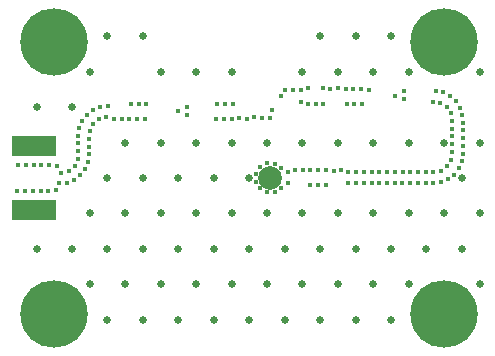
<source format=gbr>
G04*
G04 #@! TF.GenerationSoftware,Altium Limited,Altium Designer,24.9.1 (31)*
G04*
G04 Layer_Color=16711935*
%FSLAX25Y25*%
%MOIN*%
G70*
G04*
G04 #@! TF.SameCoordinates,21B9ACB0-0D47-4127-AC64-11D31CE697AE*
G04*
G04*
G04 #@! TF.FilePolarity,Negative*
G04*
G01*
G75*
%ADD35R,0.14580X0.06706*%
%ADD39C,0.07887*%
%ADD40C,0.22453*%
%ADD41C,0.01575*%
%ADD42C,0.02572*%
D35*
X46260Y69685D02*
D03*
Y48425D02*
D03*
D39*
X125197Y59161D02*
D03*
D40*
X183071Y104331D02*
D03*
X53150Y13780D02*
D03*
X183071D02*
D03*
X53150Y104331D02*
D03*
D41*
X169747Y88000D02*
D03*
X169669Y85426D02*
D03*
X179209Y84528D02*
D03*
X181755Y84144D02*
D03*
X183931Y82768D02*
D03*
X185318Y80599D02*
D03*
X185709Y78054D02*
D03*
Y75479D02*
D03*
Y72904D02*
D03*
Y70329D02*
D03*
Y67755D02*
D03*
X185411Y65197D02*
D03*
X184133Y62962D02*
D03*
X182048Y61452D02*
D03*
X179520Y60960D02*
D03*
X176945D02*
D03*
X174371D02*
D03*
X171796D02*
D03*
X169221D02*
D03*
X166646D02*
D03*
X164072D02*
D03*
X161497D02*
D03*
X158922D02*
D03*
X156347D02*
D03*
X153772D02*
D03*
X151198D02*
D03*
X148755Y61773D02*
D03*
X146226Y61288D02*
D03*
X143683Y61695D02*
D03*
X141109Y61693D02*
D03*
X138534Y61695D02*
D03*
X135959Y61716D02*
D03*
X133385Y61773D02*
D03*
X130942Y60960D02*
D03*
X128819Y62417D02*
D03*
X126655Y63813D02*
D03*
X124083Y63909D02*
D03*
X121823Y62675D02*
D03*
X120507Y60462D02*
D03*
X120502Y57887D02*
D03*
X121806Y55667D02*
D03*
X124060Y54422D02*
D03*
X126633Y54500D02*
D03*
X128804Y55885D02*
D03*
X130913Y57363D02*
D03*
X138505Y56628D02*
D03*
X141079D02*
D03*
X143654D02*
D03*
X151146Y57363D02*
D03*
X153721D02*
D03*
X156296D02*
D03*
X158871D02*
D03*
X161445D02*
D03*
X164020D02*
D03*
X166595D02*
D03*
X169170D02*
D03*
X171745D02*
D03*
X174319D02*
D03*
X176894D02*
D03*
X179469D02*
D03*
X182023Y57691D02*
D03*
X184408Y58661D02*
D03*
X186465Y60209D02*
D03*
X188012Y62268D02*
D03*
X188981Y64653D02*
D03*
X189307Y67207D02*
D03*
Y69782D02*
D03*
Y72357D02*
D03*
Y74932D02*
D03*
Y77507D02*
D03*
X189156Y80077D02*
D03*
X188379Y82532D02*
D03*
X186978Y84692D02*
D03*
X185084Y86437D02*
D03*
X182773Y87570D02*
D03*
X180248Y88075D02*
D03*
X112636Y83742D02*
D03*
X110061Y83690D02*
D03*
X107487Y83742D02*
D03*
X97393Y82794D02*
D03*
X97333Y80220D02*
D03*
X107070Y78702D02*
D03*
X109644Y78676D02*
D03*
X112219D02*
D03*
X114778Y78965D02*
D03*
X117326Y78597D02*
D03*
X119769Y79410D02*
D03*
X122326Y79109D02*
D03*
X124899Y79208D02*
D03*
X125712Y81651D02*
D03*
X83866Y83742D02*
D03*
X81292Y83677D02*
D03*
X78718Y83742D02*
D03*
X71069Y83007D02*
D03*
X68513Y82690D02*
D03*
X66126Y81727D02*
D03*
X64060Y80190D02*
D03*
X62507Y78136D02*
D03*
X61531Y75754D02*
D03*
X61193Y73201D02*
D03*
Y70626D02*
D03*
Y68051D02*
D03*
X61014Y65483D02*
D03*
X59878Y63173D02*
D03*
X57889Y61537D02*
D03*
X55404Y60866D02*
D03*
X53973Y63006D02*
D03*
X51417Y63320D02*
D03*
X48842D02*
D03*
X46268D02*
D03*
X43693D02*
D03*
X41118D02*
D03*
X40833Y54790D02*
D03*
X43408D02*
D03*
X45983D02*
D03*
X48558D02*
D03*
X51133D02*
D03*
X53704Y54924D02*
D03*
X54795Y57256D02*
D03*
X57355Y57538D02*
D03*
X59751Y58480D02*
D03*
X61842Y59982D02*
D03*
X63419Y62018D02*
D03*
X64417Y64391D02*
D03*
X64792Y66938D02*
D03*
X64791Y69513D02*
D03*
Y72088D02*
D03*
X64933Y74659D02*
D03*
X66024Y76991D02*
D03*
X67980Y78666D02*
D03*
X70452Y79386D02*
D03*
X72979Y78892D02*
D03*
X75554D02*
D03*
X78123Y78724D02*
D03*
X80698Y78676D02*
D03*
X83272D02*
D03*
X94249Y81257D02*
D03*
X137695Y89076D02*
D03*
X135238Y88306D02*
D03*
X132666Y88427D02*
D03*
X130091D02*
D03*
X128598Y86329D02*
D03*
X135232Y84357D02*
D03*
X137686Y83577D02*
D03*
X140260D02*
D03*
X142820Y83854D02*
D03*
X150541Y83794D02*
D03*
X153115D02*
D03*
X155690D02*
D03*
X166585Y86457D02*
D03*
X157958Y88403D02*
D03*
X155424Y88860D02*
D03*
X152849D02*
D03*
X150275Y88809D02*
D03*
X147703Y88939D02*
D03*
X145129Y88878D02*
D03*
X142556Y88977D02*
D03*
D42*
X194882Y94488D02*
D03*
Y70866D02*
D03*
X188976Y59055D02*
D03*
X194882Y47244D02*
D03*
X188976Y35433D02*
D03*
X194882Y23622D02*
D03*
X183071Y70866D02*
D03*
Y47244D02*
D03*
X177165Y35433D02*
D03*
X165354Y106299D02*
D03*
X171260Y94488D02*
D03*
Y70866D02*
D03*
Y47244D02*
D03*
X165354Y35433D02*
D03*
X171260Y23622D02*
D03*
X165354Y11811D02*
D03*
X153543Y106299D02*
D03*
X159449Y94488D02*
D03*
Y70866D02*
D03*
Y47244D02*
D03*
X153543Y35433D02*
D03*
X159449Y23622D02*
D03*
X153543Y11811D02*
D03*
X141732Y106299D02*
D03*
X147638Y94488D02*
D03*
Y70866D02*
D03*
Y47244D02*
D03*
X141732Y35433D02*
D03*
X147638Y23622D02*
D03*
X141732Y11811D02*
D03*
X135827Y94488D02*
D03*
Y70866D02*
D03*
Y47244D02*
D03*
X129921Y35433D02*
D03*
X135827Y23622D02*
D03*
X129921Y11811D02*
D03*
X124016Y70866D02*
D03*
X118110Y59055D02*
D03*
X124016Y47244D02*
D03*
X118110Y35433D02*
D03*
X124016Y23622D02*
D03*
X118110Y11811D02*
D03*
X112205Y94488D02*
D03*
Y70866D02*
D03*
X106299Y59055D02*
D03*
X112205Y47244D02*
D03*
X106299Y35433D02*
D03*
X112205Y23622D02*
D03*
X106299Y11811D02*
D03*
X100394Y94488D02*
D03*
Y70866D02*
D03*
X94488Y59055D02*
D03*
X100394Y47244D02*
D03*
X94488Y35433D02*
D03*
X100394Y23622D02*
D03*
X94488Y11811D02*
D03*
X82677Y106299D02*
D03*
X88583Y94488D02*
D03*
Y70866D02*
D03*
X82677Y59055D02*
D03*
X88583Y47244D02*
D03*
X82677Y35433D02*
D03*
X88583Y23622D02*
D03*
X82677Y11811D02*
D03*
X70866Y106299D02*
D03*
X76772Y70866D02*
D03*
X70866Y59055D02*
D03*
X76772Y47244D02*
D03*
X70866Y35433D02*
D03*
X76772Y23622D02*
D03*
X70866Y11811D02*
D03*
X64961Y94488D02*
D03*
X59055Y82677D02*
D03*
X64961Y47244D02*
D03*
X59055Y35433D02*
D03*
X64961Y23622D02*
D03*
X47244Y82677D02*
D03*
Y35433D02*
D03*
M02*

</source>
